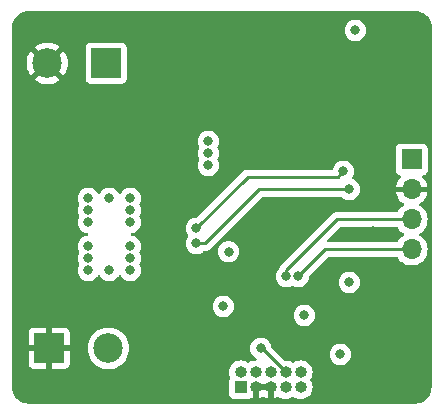
<source format=gbr>
%TF.GenerationSoftware,KiCad,Pcbnew,7.0.10*%
%TF.CreationDate,2024-01-17T14:48:32+01:00*%
%TF.ProjectId,PowerBoard,506f7765-7242-46f6-9172-642e6b696361,rev?*%
%TF.SameCoordinates,Original*%
%TF.FileFunction,Copper,L4,Bot*%
%TF.FilePolarity,Positive*%
%FSLAX46Y46*%
G04 Gerber Fmt 4.6, Leading zero omitted, Abs format (unit mm)*
G04 Created by KiCad (PCBNEW 7.0.10) date 2024-01-17 14:48:32*
%MOMM*%
%LPD*%
G01*
G04 APERTURE LIST*
%TA.AperFunction,ComponentPad*%
%ADD10R,1.000000X1.000000*%
%TD*%
%TA.AperFunction,ComponentPad*%
%ADD11O,1.000000X1.000000*%
%TD*%
%TA.AperFunction,ComponentPad*%
%ADD12R,2.500000X2.500000*%
%TD*%
%TA.AperFunction,ComponentPad*%
%ADD13C,2.500000*%
%TD*%
%TA.AperFunction,ComponentPad*%
%ADD14R,1.700000X1.700000*%
%TD*%
%TA.AperFunction,ComponentPad*%
%ADD15O,1.700000X1.700000*%
%TD*%
%TA.AperFunction,ViaPad*%
%ADD16C,0.800000*%
%TD*%
%TA.AperFunction,Conductor*%
%ADD17C,0.250000*%
%TD*%
G04 APERTURE END LIST*
D10*
%TO.P,J4,1,VTref*%
%TO.N,VCC*%
X102559500Y-126492000D03*
D11*
%TO.P,J4,2,SWDIO/TMS*%
%TO.N,/JTMS-SWDIO*%
X102559500Y-125222000D03*
%TO.P,J4,3,GND*%
%TO.N,GND*%
X103829500Y-126492000D03*
%TO.P,J4,4,SWCLK/TCK*%
%TO.N,/JTCK-SWCLK*%
X103829500Y-125222000D03*
%TO.P,J4,5,GND*%
%TO.N,GND*%
X105099500Y-126492000D03*
%TO.P,J4,6,SWO/TDO*%
%TO.N,/JTDO-SWO*%
X105099500Y-125222000D03*
%TO.P,J4,7,KEY*%
%TO.N,unconnected-(J4-KEY-Pad7)*%
X106369500Y-126492000D03*
%TO.P,J4,8,NC/TDI*%
%TO.N,/JTDI*%
X106369500Y-125222000D03*
%TO.P,J4,9,GNDDetect*%
%TO.N,Net-(J4-GNDDetect)*%
X107639500Y-126492000D03*
%TO.P,J4,10,~{RESET}*%
%TO.N,/NRST*%
X107639500Y-125222000D03*
%TD*%
D12*
%TO.P,J2,1,Pin_1*%
%TO.N,GND*%
X86360000Y-123190000D03*
D13*
%TO.P,J2,2,Pin_2*%
%TO.N,/Vout*%
X91360000Y-123190000D03*
%TD*%
D12*
%TO.P,J1,1,Pin_1*%
%TO.N,/Vin*%
X91186000Y-99060000D03*
D13*
%TO.P,J1,2,Pin_2*%
%TO.N,GND*%
X86186000Y-99060000D03*
%TD*%
D14*
%TO.P,J3,1,Pin_1*%
%TO.N,VCC*%
X117037500Y-107198000D03*
D15*
%TO.P,J3,2,Pin_2*%
%TO.N,GND*%
X117037500Y-109738000D03*
%TO.P,J3,3,Pin_3*%
%TO.N,/SCL*%
X117037500Y-112278000D03*
%TO.P,J3,4,Pin_4*%
%TO.N,/SDA*%
X117037500Y-114818000D03*
%TD*%
D16*
%TO.N,GND*%
X106807000Y-112014000D03*
X105537000Y-95250000D03*
X101727000Y-95123000D03*
X109347000Y-95123000D03*
X108966000Y-117856000D03*
X110236000Y-116967000D03*
X111760000Y-119634000D03*
X110109000Y-121412000D03*
X113792000Y-113284000D03*
X105537000Y-104521000D03*
X103632000Y-106299000D03*
X100076000Y-104267000D03*
X100076000Y-102870000D03*
X101219000Y-99568000D03*
X101981000Y-102743000D03*
X104521000Y-102743000D03*
X107569000Y-102743000D03*
X115443000Y-105283000D03*
X115443000Y-101219000D03*
X115443000Y-98044000D03*
X115443000Y-95885000D03*
X117729000Y-101219000D03*
X117729000Y-98044000D03*
X117602000Y-95885000D03*
X117602000Y-105156000D03*
X115062000Y-122428000D03*
X113919000Y-118364000D03*
X117729000Y-123317000D03*
X117602000Y-119634000D03*
X117731640Y-116966926D03*
X117602000Y-126619000D03*
X114681000Y-126746000D03*
X112141000Y-122555000D03*
X111887000Y-126619000D03*
X98552000Y-116967000D03*
X99060000Y-121793000D03*
X98425000Y-126746000D03*
X94742000Y-126746000D03*
X94742000Y-122047000D03*
X94742000Y-119507000D03*
X94742000Y-116586000D03*
X94742000Y-110363000D03*
X97028000Y-110236000D03*
X97155000Y-108458000D03*
X97282000Y-99695000D03*
X88138000Y-113157000D03*
X84328000Y-113157000D03*
X88138000Y-109093000D03*
X84328000Y-109093000D03*
X88138000Y-101092000D03*
X84328000Y-101092000D03*
X84455000Y-95885000D03*
X88138000Y-95758000D03*
X88138000Y-105029000D03*
X84328000Y-105029000D03*
X88138000Y-117221000D03*
X84328000Y-117221000D03*
X88138000Y-120904000D03*
X84455000Y-120904000D03*
X84455000Y-126619000D03*
X88138000Y-126746000D03*
%TO.N,VCC*%
X112268000Y-96266000D03*
X110998000Y-123698000D03*
X111760000Y-117602000D03*
X107950000Y-120396000D03*
X101092000Y-119634000D03*
%TO.N,GND*%
X103124000Y-117856000D03*
%TO.N,VCC*%
X101543500Y-115005500D03*
%TO.N,/Vin*%
X91440000Y-110490000D03*
X93218000Y-110490000D03*
X89662000Y-110490000D03*
X89662000Y-111506000D03*
X89662000Y-112522000D03*
X93218000Y-111506000D03*
X93218000Y-112522000D03*
%TO.N,/Vout*%
X91440000Y-116586000D03*
X89662000Y-116586000D03*
X93218000Y-116586000D03*
X93218000Y-115570000D03*
X89662000Y-115570000D03*
X89662000Y-114554000D03*
X93218000Y-114554000D03*
%TO.N,GND*%
X95250000Y-103632000D03*
X95250000Y-106680000D03*
X95250000Y-104648000D03*
X95250000Y-95434000D03*
%TO.N,/SDA*%
X107438655Y-117094000D03*
%TO.N,/SCL*%
X106426000Y-117094000D03*
%TO.N,/Vref*%
X98806000Y-114300000D03*
%TO.N,/Vouit*%
X98806000Y-113030000D03*
%TO.N,VCC*%
X99822000Y-107696000D03*
X99822000Y-105664000D03*
X99822000Y-106680000D03*
%TO.N,/JTDI*%
X104267000Y-123190000D03*
%TO.N,/Vouit*%
X111252000Y-108204000D03*
%TO.N,/Vref*%
X111760000Y-109728000D03*
%TD*%
D17*
%TO.N,/Vref*%
X99568000Y-114300000D02*
X98806000Y-114300000D01*
X104140000Y-109728000D02*
X99568000Y-114300000D01*
X111760000Y-109728000D02*
X104140000Y-109728000D01*
%TO.N,/Vouit*%
X110774747Y-108681253D02*
X103154747Y-108681253D01*
X103154747Y-108681253D02*
X98806000Y-113030000D01*
X111252000Y-108204000D02*
X110774747Y-108681253D01*
%TO.N,/SDA*%
X107438655Y-117094000D02*
X107442000Y-117094000D01*
X107442000Y-117094000D02*
X109728000Y-114808000D01*
X109738000Y-114818000D02*
X117037500Y-114818000D01*
X109728000Y-114808000D02*
X109738000Y-114818000D01*
%TO.N,/SCL*%
X106426000Y-116586000D02*
X110734000Y-112278000D01*
X106426000Y-117094000D02*
X106426000Y-116586000D01*
X110734000Y-112278000D02*
X117037500Y-112278000D01*
%TO.N,/JTDI*%
X104337500Y-123190000D02*
X106369500Y-125222000D01*
X104267000Y-123190000D02*
X104337500Y-123190000D01*
%TD*%
%TA.AperFunction,Conductor*%
%TO.N,GND*%
G36*
X115829312Y-112923185D02*
G01*
X115863848Y-112956377D01*
X115999001Y-113149396D01*
X115999006Y-113149402D01*
X116166097Y-113316493D01*
X116166103Y-113316498D01*
X116351658Y-113446425D01*
X116395283Y-113501002D01*
X116402477Y-113570500D01*
X116370954Y-113632855D01*
X116351658Y-113649575D01*
X116166097Y-113779505D01*
X115999005Y-113946597D01*
X115863848Y-114139623D01*
X115809271Y-114183248D01*
X115762273Y-114192500D01*
X110003452Y-114192500D01*
X109936413Y-114172815D01*
X109890658Y-114120011D01*
X109880714Y-114050853D01*
X109909739Y-113987297D01*
X109915771Y-113980819D01*
X110371091Y-113525500D01*
X110956772Y-112939819D01*
X111018095Y-112906334D01*
X111044453Y-112903500D01*
X115762273Y-112903500D01*
X115829312Y-112923185D01*
G37*
%TD.AperFunction*%
%TA.AperFunction,Conductor*%
G36*
X117576689Y-94637522D02*
G01*
X117728835Y-94671750D01*
X117751679Y-94676889D01*
X117770454Y-94682710D01*
X117957694Y-94757506D01*
X117975299Y-94766217D01*
X118148353Y-94869672D01*
X118164373Y-94881066D01*
X118173306Y-94888553D01*
X118318883Y-95010570D01*
X118332906Y-95024358D01*
X118464999Y-95176662D01*
X118476666Y-95192494D01*
X118583019Y-95363768D01*
X118592036Y-95381245D01*
X118669973Y-95567182D01*
X118676112Y-95585861D01*
X118723672Y-95781778D01*
X118726781Y-95801197D01*
X118743157Y-96007048D01*
X118743548Y-96016954D01*
X118725538Y-126425541D01*
X118725500Y-126426085D01*
X118725500Y-126487124D01*
X118725118Y-126496853D01*
X118709306Y-126697758D01*
X118706262Y-126716977D01*
X118660357Y-126908183D01*
X118654344Y-126926688D01*
X118579094Y-127108357D01*
X118570260Y-127125694D01*
X118467520Y-127293351D01*
X118456084Y-127309092D01*
X118328378Y-127458618D01*
X118314618Y-127472378D01*
X118165092Y-127600084D01*
X118149351Y-127611520D01*
X117981694Y-127714260D01*
X117964357Y-127723094D01*
X117782688Y-127798344D01*
X117764183Y-127804357D01*
X117572977Y-127850262D01*
X117553758Y-127853306D01*
X117352854Y-127869118D01*
X117343125Y-127869500D01*
X84586875Y-127869500D01*
X84577146Y-127869118D01*
X84376241Y-127853306D01*
X84357022Y-127850262D01*
X84165816Y-127804357D01*
X84147311Y-127798344D01*
X83965642Y-127723094D01*
X83948305Y-127714260D01*
X83780648Y-127611520D01*
X83764907Y-127600084D01*
X83615381Y-127472378D01*
X83601621Y-127458618D01*
X83473915Y-127309092D01*
X83462479Y-127293351D01*
X83359739Y-127125694D01*
X83350905Y-127108357D01*
X83275655Y-126926688D01*
X83269642Y-126908183D01*
X83264173Y-126885403D01*
X83223736Y-126716975D01*
X83220693Y-126697758D01*
X83219935Y-126688132D01*
X83204882Y-126496853D01*
X83204500Y-126487124D01*
X83204500Y-125222000D01*
X101554159Y-125222000D01*
X101573475Y-125418129D01*
X101630687Y-125606729D01*
X101631821Y-125608850D01*
X101632080Y-125610094D01*
X101633018Y-125612359D01*
X101632588Y-125612536D01*
X101646064Y-125677253D01*
X101621733Y-125741614D01*
X101615705Y-125749666D01*
X101615702Y-125749671D01*
X101565408Y-125884517D01*
X101559001Y-125944116D01*
X101559000Y-125944135D01*
X101559000Y-127039870D01*
X101559001Y-127039876D01*
X101565408Y-127099483D01*
X101615702Y-127234328D01*
X101615706Y-127234335D01*
X101701952Y-127349544D01*
X101701955Y-127349547D01*
X101817164Y-127435793D01*
X101817171Y-127435797D01*
X101952017Y-127486091D01*
X101952016Y-127486091D01*
X101958944Y-127486835D01*
X102011627Y-127492500D01*
X103107372Y-127492499D01*
X103166983Y-127486091D01*
X103188612Y-127478024D01*
X103301829Y-127435797D01*
X103301829Y-127435796D01*
X103301831Y-127435796D01*
X103310322Y-127429439D01*
X103375784Y-127405021D01*
X103439128Y-127418502D01*
X103439330Y-127418016D01*
X103441961Y-127419105D01*
X103443085Y-127419345D01*
X103444962Y-127420348D01*
X103579500Y-127461159D01*
X103579500Y-126699672D01*
X103617371Y-126744805D01*
X103716629Y-126802112D01*
X103801064Y-126817000D01*
X103857936Y-126817000D01*
X103942371Y-126802112D01*
X104041629Y-126744805D01*
X104043983Y-126742000D01*
X104079500Y-126742000D01*
X104079500Y-127461159D01*
X104214034Y-127420349D01*
X104387759Y-127327492D01*
X104392820Y-127324111D01*
X104393858Y-127325665D01*
X104450139Y-127301759D01*
X104519007Y-127313547D01*
X104535959Y-127324441D01*
X104536180Y-127324111D01*
X104541240Y-127327492D01*
X104714965Y-127420349D01*
X104849500Y-127461159D01*
X104849500Y-126742000D01*
X104079500Y-126742000D01*
X104043983Y-126742000D01*
X104115301Y-126657007D01*
X104154500Y-126549306D01*
X104154500Y-126434694D01*
X104115301Y-126326993D01*
X104043983Y-126242000D01*
X104885017Y-126242000D01*
X104813699Y-126326993D01*
X104774500Y-126434694D01*
X104774500Y-126549306D01*
X104813699Y-126657007D01*
X104887371Y-126744805D01*
X104986629Y-126802112D01*
X105071064Y-126817000D01*
X105127936Y-126817000D01*
X105212371Y-126802112D01*
X105311629Y-126744805D01*
X105349500Y-126699672D01*
X105349500Y-127461159D01*
X105484034Y-127420349D01*
X105657759Y-127327492D01*
X105662820Y-127324111D01*
X105663944Y-127325793D01*
X105719703Y-127302086D01*
X105788575Y-127313851D01*
X105805686Y-127324843D01*
X105805899Y-127324526D01*
X105810957Y-127327906D01*
X105810962Y-127327910D01*
X105922857Y-127387719D01*
X105982024Y-127419345D01*
X105984773Y-127420814D01*
X106173368Y-127478024D01*
X106369500Y-127497341D01*
X106565632Y-127478024D01*
X106754227Y-127420814D01*
X106928038Y-127327910D01*
X106928044Y-127327904D01*
X106933107Y-127324523D01*
X106934203Y-127326164D01*
X106990139Y-127302405D01*
X107059007Y-127314194D01*
X107075648Y-127324888D01*
X107075893Y-127324523D01*
X107080958Y-127327907D01*
X107080962Y-127327910D01*
X107192857Y-127387719D01*
X107252024Y-127419345D01*
X107254773Y-127420814D01*
X107443368Y-127478024D01*
X107639500Y-127497341D01*
X107835632Y-127478024D01*
X108024227Y-127420814D01*
X108026976Y-127419345D01*
X108157560Y-127349546D01*
X108198038Y-127327910D01*
X108350383Y-127202883D01*
X108475410Y-127050538D01*
X108546429Y-126917671D01*
X108568311Y-126876733D01*
X108568311Y-126876732D01*
X108568314Y-126876727D01*
X108625524Y-126688132D01*
X108644841Y-126492000D01*
X108625524Y-126295868D01*
X108568314Y-126107273D01*
X108475410Y-125933462D01*
X108475407Y-125933458D01*
X108472023Y-125928393D01*
X108473664Y-125927296D01*
X108449905Y-125871361D01*
X108461694Y-125802493D01*
X108472388Y-125785851D01*
X108472023Y-125785607D01*
X108475404Y-125780544D01*
X108475410Y-125780538D01*
X108568314Y-125606727D01*
X108625524Y-125418132D01*
X108644841Y-125222000D01*
X108625524Y-125025868D01*
X108568314Y-124837273D01*
X108568311Y-124837269D01*
X108568311Y-124837266D01*
X108475413Y-124663467D01*
X108475409Y-124663460D01*
X108350383Y-124511116D01*
X108198039Y-124386090D01*
X108198032Y-124386086D01*
X108024233Y-124293188D01*
X108024227Y-124293186D01*
X107835632Y-124235976D01*
X107835629Y-124235975D01*
X107639500Y-124216659D01*
X107443370Y-124235975D01*
X107254766Y-124293188D01*
X107080967Y-124386086D01*
X107075899Y-124389473D01*
X107074805Y-124387836D01*
X107018837Y-124411596D01*
X106949971Y-124399795D01*
X106933343Y-124389109D01*
X106933101Y-124389473D01*
X106928032Y-124386086D01*
X106754233Y-124293188D01*
X106754227Y-124293186D01*
X106565632Y-124235976D01*
X106565629Y-124235975D01*
X106369500Y-124216659D01*
X106317939Y-124221737D01*
X106249293Y-124208718D01*
X106218105Y-124186015D01*
X105730090Y-123698000D01*
X110092540Y-123698000D01*
X110112326Y-123886256D01*
X110112327Y-123886259D01*
X110170818Y-124066277D01*
X110170821Y-124066284D01*
X110265467Y-124230216D01*
X110371932Y-124348457D01*
X110392129Y-124370888D01*
X110545265Y-124482148D01*
X110545270Y-124482151D01*
X110718192Y-124559142D01*
X110718197Y-124559144D01*
X110903354Y-124598500D01*
X110903355Y-124598500D01*
X111092644Y-124598500D01*
X111092646Y-124598500D01*
X111277803Y-124559144D01*
X111450730Y-124482151D01*
X111603871Y-124370888D01*
X111730533Y-124230216D01*
X111825179Y-124066284D01*
X111883674Y-123886256D01*
X111903460Y-123698000D01*
X111883674Y-123509744D01*
X111825179Y-123329716D01*
X111730533Y-123165784D01*
X111603871Y-123025112D01*
X111571708Y-123001744D01*
X111450734Y-122913851D01*
X111450729Y-122913848D01*
X111277807Y-122836857D01*
X111277802Y-122836855D01*
X111132001Y-122805865D01*
X111092646Y-122797500D01*
X110903354Y-122797500D01*
X110870897Y-122804398D01*
X110718197Y-122836855D01*
X110718192Y-122836857D01*
X110545270Y-122913848D01*
X110545265Y-122913851D01*
X110392129Y-123025111D01*
X110265466Y-123165785D01*
X110170821Y-123329715D01*
X110170818Y-123329722D01*
X110112327Y-123509740D01*
X110112326Y-123509744D01*
X110092540Y-123698000D01*
X105730090Y-123698000D01*
X105197681Y-123165590D01*
X105164196Y-123104267D01*
X105162041Y-123090871D01*
X105152674Y-123001744D01*
X105094179Y-122821716D01*
X104999533Y-122657784D01*
X104872871Y-122517112D01*
X104872870Y-122517111D01*
X104719734Y-122405851D01*
X104719729Y-122405848D01*
X104546807Y-122328857D01*
X104546802Y-122328855D01*
X104401001Y-122297865D01*
X104361646Y-122289500D01*
X104172354Y-122289500D01*
X104139897Y-122296398D01*
X103987197Y-122328855D01*
X103987192Y-122328857D01*
X103814270Y-122405848D01*
X103814265Y-122405851D01*
X103661129Y-122517111D01*
X103534466Y-122657785D01*
X103439821Y-122821715D01*
X103439818Y-122821722D01*
X103385940Y-122987543D01*
X103381326Y-123001744D01*
X103361540Y-123190000D01*
X103381326Y-123378256D01*
X103381327Y-123378259D01*
X103439818Y-123558277D01*
X103439821Y-123558284D01*
X103534467Y-123722216D01*
X103661129Y-123862888D01*
X103814265Y-123974148D01*
X103814267Y-123974149D01*
X103814270Y-123974151D01*
X103834679Y-123983237D01*
X103887914Y-124028486D01*
X103908236Y-124095335D01*
X103889191Y-124162559D01*
X103836825Y-124208815D01*
X103796396Y-124219919D01*
X103633370Y-124235975D01*
X103444766Y-124293188D01*
X103270967Y-124386086D01*
X103265899Y-124389473D01*
X103264805Y-124387836D01*
X103208837Y-124411596D01*
X103139971Y-124399795D01*
X103123343Y-124389109D01*
X103123101Y-124389473D01*
X103118032Y-124386086D01*
X102944233Y-124293188D01*
X102944227Y-124293186D01*
X102755632Y-124235976D01*
X102755629Y-124235975D01*
X102559500Y-124216659D01*
X102363370Y-124235975D01*
X102174766Y-124293188D01*
X102000967Y-124386086D01*
X102000960Y-124386090D01*
X101848616Y-124511116D01*
X101723590Y-124663460D01*
X101723586Y-124663467D01*
X101630688Y-124837266D01*
X101573475Y-125025870D01*
X101554159Y-125222000D01*
X83204500Y-125222000D01*
X83204500Y-124487844D01*
X84610000Y-124487844D01*
X84616401Y-124547372D01*
X84616403Y-124547379D01*
X84666645Y-124682086D01*
X84666649Y-124682093D01*
X84752809Y-124797187D01*
X84752812Y-124797190D01*
X84867906Y-124883350D01*
X84867913Y-124883354D01*
X85002620Y-124933596D01*
X85002627Y-124933598D01*
X85062155Y-124939999D01*
X85062172Y-124940000D01*
X86110000Y-124940000D01*
X86110000Y-123794310D01*
X86118817Y-123799158D01*
X86277886Y-123840000D01*
X86400894Y-123840000D01*
X86522933Y-123824583D01*
X86610000Y-123790110D01*
X86610000Y-124940000D01*
X87657828Y-124940000D01*
X87657844Y-124939999D01*
X87717372Y-124933598D01*
X87717379Y-124933596D01*
X87852086Y-124883354D01*
X87852093Y-124883350D01*
X87967187Y-124797190D01*
X87967190Y-124797187D01*
X88053350Y-124682093D01*
X88053354Y-124682086D01*
X88103596Y-124547379D01*
X88103598Y-124547372D01*
X88109999Y-124487844D01*
X88110000Y-124487827D01*
X88110000Y-123440000D01*
X86960728Y-123440000D01*
X86983100Y-123392457D01*
X87013873Y-123231138D01*
X87011285Y-123190004D01*
X89604592Y-123190004D01*
X89624196Y-123451620D01*
X89624197Y-123451625D01*
X89682576Y-123707402D01*
X89682578Y-123707411D01*
X89682580Y-123707416D01*
X89778432Y-123951643D01*
X89909614Y-124178857D01*
X90000790Y-124293188D01*
X90073198Y-124383985D01*
X90210214Y-124511116D01*
X90265521Y-124562433D01*
X90482296Y-124710228D01*
X90482301Y-124710230D01*
X90482302Y-124710231D01*
X90482303Y-124710232D01*
X90607843Y-124770688D01*
X90718673Y-124824061D01*
X90718674Y-124824061D01*
X90718677Y-124824063D01*
X90969385Y-124901396D01*
X91228818Y-124940500D01*
X91491182Y-124940500D01*
X91750615Y-124901396D01*
X92001323Y-124824063D01*
X92237704Y-124710228D01*
X92454479Y-124562433D01*
X92640886Y-124389473D01*
X92646801Y-124383985D01*
X92646801Y-124383983D01*
X92646805Y-124383981D01*
X92810386Y-124178857D01*
X92941568Y-123951643D01*
X93037420Y-123707416D01*
X93095802Y-123451630D01*
X93096674Y-123440000D01*
X93115408Y-123190004D01*
X93115408Y-123189995D01*
X93095803Y-122928379D01*
X93095802Y-122928374D01*
X93095802Y-122928370D01*
X93037420Y-122672584D01*
X92941568Y-122428357D01*
X92810386Y-122201143D01*
X92646805Y-121996019D01*
X92646804Y-121996018D01*
X92646801Y-121996014D01*
X92454479Y-121817567D01*
X92237704Y-121669772D01*
X92237700Y-121669770D01*
X92237697Y-121669768D01*
X92237696Y-121669767D01*
X92001325Y-121555938D01*
X92001327Y-121555938D01*
X91750623Y-121478606D01*
X91750619Y-121478605D01*
X91750615Y-121478604D01*
X91625823Y-121459794D01*
X91491187Y-121439500D01*
X91491182Y-121439500D01*
X91228818Y-121439500D01*
X91228812Y-121439500D01*
X91067247Y-121463853D01*
X90969385Y-121478604D01*
X90969382Y-121478605D01*
X90969376Y-121478606D01*
X90718673Y-121555938D01*
X90482303Y-121669767D01*
X90482302Y-121669768D01*
X90265520Y-121817567D01*
X90073198Y-121996014D01*
X89909614Y-122201143D01*
X89778432Y-122428356D01*
X89682582Y-122672578D01*
X89682576Y-122672597D01*
X89624197Y-122928374D01*
X89624196Y-122928379D01*
X89604592Y-123189995D01*
X89604592Y-123190004D01*
X87011285Y-123190004D01*
X87003561Y-123067234D01*
X86962220Y-122940000D01*
X88110000Y-122940000D01*
X88110000Y-121892172D01*
X88109999Y-121892155D01*
X88103598Y-121832627D01*
X88103596Y-121832620D01*
X88053354Y-121697913D01*
X88053350Y-121697906D01*
X87967190Y-121582812D01*
X87967187Y-121582809D01*
X87852093Y-121496649D01*
X87852086Y-121496645D01*
X87717379Y-121446403D01*
X87717372Y-121446401D01*
X87657844Y-121440000D01*
X86610000Y-121440000D01*
X86610000Y-122585689D01*
X86601183Y-122580842D01*
X86442114Y-122540000D01*
X86319106Y-122540000D01*
X86197067Y-122555417D01*
X86110000Y-122589889D01*
X86110000Y-121440000D01*
X85062155Y-121440000D01*
X85002627Y-121446401D01*
X85002620Y-121446403D01*
X84867913Y-121496645D01*
X84867906Y-121496649D01*
X84752812Y-121582809D01*
X84752809Y-121582812D01*
X84666649Y-121697906D01*
X84666645Y-121697913D01*
X84616403Y-121832620D01*
X84616401Y-121832627D01*
X84610000Y-121892155D01*
X84610000Y-122940000D01*
X85759272Y-122940000D01*
X85736900Y-122987543D01*
X85706127Y-123148862D01*
X85716439Y-123312766D01*
X85757780Y-123440000D01*
X84610000Y-123440000D01*
X84610000Y-124487844D01*
X83204500Y-124487844D01*
X83204500Y-119634000D01*
X100186540Y-119634000D01*
X100206326Y-119822256D01*
X100206327Y-119822259D01*
X100264818Y-120002277D01*
X100264821Y-120002284D01*
X100359467Y-120166216D01*
X100486129Y-120306888D01*
X100639265Y-120418148D01*
X100639270Y-120418151D01*
X100812192Y-120495142D01*
X100812197Y-120495144D01*
X100997354Y-120534500D01*
X100997355Y-120534500D01*
X101186644Y-120534500D01*
X101186646Y-120534500D01*
X101371803Y-120495144D01*
X101544730Y-120418151D01*
X101575218Y-120396000D01*
X107044540Y-120396000D01*
X107064326Y-120584256D01*
X107064327Y-120584259D01*
X107122818Y-120764277D01*
X107122821Y-120764284D01*
X107217467Y-120928216D01*
X107344129Y-121068888D01*
X107497265Y-121180148D01*
X107497270Y-121180151D01*
X107670192Y-121257142D01*
X107670197Y-121257144D01*
X107855354Y-121296500D01*
X107855355Y-121296500D01*
X108044644Y-121296500D01*
X108044646Y-121296500D01*
X108229803Y-121257144D01*
X108402730Y-121180151D01*
X108555871Y-121068888D01*
X108682533Y-120928216D01*
X108777179Y-120764284D01*
X108835674Y-120584256D01*
X108855460Y-120396000D01*
X108835674Y-120207744D01*
X108777179Y-120027716D01*
X108682533Y-119863784D01*
X108555871Y-119723112D01*
X108555870Y-119723111D01*
X108402734Y-119611851D01*
X108402729Y-119611848D01*
X108229807Y-119534857D01*
X108229802Y-119534855D01*
X108084001Y-119503865D01*
X108044646Y-119495500D01*
X107855354Y-119495500D01*
X107822897Y-119502398D01*
X107670197Y-119534855D01*
X107670192Y-119534857D01*
X107497270Y-119611848D01*
X107497265Y-119611851D01*
X107344129Y-119723111D01*
X107217466Y-119863785D01*
X107122821Y-120027715D01*
X107122818Y-120027722D01*
X107077820Y-120166214D01*
X107064326Y-120207744D01*
X107044540Y-120396000D01*
X101575218Y-120396000D01*
X101697871Y-120306888D01*
X101824533Y-120166216D01*
X101919179Y-120002284D01*
X101977674Y-119822256D01*
X101997460Y-119634000D01*
X101977674Y-119445744D01*
X101919179Y-119265716D01*
X101824533Y-119101784D01*
X101697871Y-118961112D01*
X101697870Y-118961111D01*
X101544734Y-118849851D01*
X101544729Y-118849848D01*
X101371807Y-118772857D01*
X101371802Y-118772855D01*
X101226001Y-118741865D01*
X101186646Y-118733500D01*
X100997354Y-118733500D01*
X100964897Y-118740398D01*
X100812197Y-118772855D01*
X100812192Y-118772857D01*
X100639270Y-118849848D01*
X100639265Y-118849851D01*
X100486129Y-118961111D01*
X100359466Y-119101785D01*
X100264821Y-119265715D01*
X100264818Y-119265722D01*
X100206327Y-119445740D01*
X100206326Y-119445744D01*
X100186540Y-119634000D01*
X83204500Y-119634000D01*
X83204500Y-116586000D01*
X88756540Y-116586000D01*
X88776326Y-116774256D01*
X88776327Y-116774259D01*
X88834818Y-116954277D01*
X88834821Y-116954284D01*
X88929467Y-117118216D01*
X89056129Y-117258888D01*
X89209265Y-117370148D01*
X89209270Y-117370151D01*
X89382192Y-117447142D01*
X89382197Y-117447144D01*
X89567354Y-117486500D01*
X89567355Y-117486500D01*
X89756644Y-117486500D01*
X89756646Y-117486500D01*
X89941803Y-117447144D01*
X90114730Y-117370151D01*
X90267871Y-117258888D01*
X90394533Y-117118216D01*
X90443613Y-117033205D01*
X90494179Y-116984991D01*
X90562786Y-116971767D01*
X90627651Y-116997735D01*
X90658385Y-117033203D01*
X90684330Y-117078141D01*
X90707467Y-117118216D01*
X90834129Y-117258888D01*
X90987265Y-117370148D01*
X90987270Y-117370151D01*
X91160192Y-117447142D01*
X91160197Y-117447144D01*
X91345354Y-117486500D01*
X91345355Y-117486500D01*
X91534644Y-117486500D01*
X91534646Y-117486500D01*
X91719803Y-117447144D01*
X91892730Y-117370151D01*
X92045871Y-117258888D01*
X92172533Y-117118216D01*
X92221613Y-117033205D01*
X92272179Y-116984991D01*
X92340786Y-116971767D01*
X92405651Y-116997735D01*
X92436385Y-117033203D01*
X92462330Y-117078141D01*
X92485467Y-117118216D01*
X92612129Y-117258888D01*
X92765265Y-117370148D01*
X92765270Y-117370151D01*
X92938192Y-117447142D01*
X92938197Y-117447144D01*
X93123354Y-117486500D01*
X93123355Y-117486500D01*
X93312644Y-117486500D01*
X93312646Y-117486500D01*
X93497803Y-117447144D01*
X93670730Y-117370151D01*
X93823871Y-117258888D01*
X93950533Y-117118216D01*
X93964514Y-117094000D01*
X105520540Y-117094000D01*
X105540326Y-117282256D01*
X105540327Y-117282259D01*
X105598818Y-117462277D01*
X105598821Y-117462284D01*
X105693467Y-117626216D01*
X105820129Y-117766888D01*
X105973265Y-117878148D01*
X105973270Y-117878151D01*
X106146192Y-117955142D01*
X106146197Y-117955144D01*
X106331354Y-117994500D01*
X106331355Y-117994500D01*
X106520644Y-117994500D01*
X106520646Y-117994500D01*
X106705803Y-117955144D01*
X106878730Y-117878151D01*
X106878733Y-117878148D01*
X106881890Y-117876743D01*
X106951140Y-117867458D01*
X106982763Y-117876743D01*
X106985924Y-117878150D01*
X106985925Y-117878151D01*
X107158852Y-117955144D01*
X107344009Y-117994500D01*
X107344010Y-117994500D01*
X107533299Y-117994500D01*
X107533301Y-117994500D01*
X107718458Y-117955144D01*
X107891385Y-117878151D01*
X108044526Y-117766888D01*
X108171188Y-117626216D01*
X108185169Y-117602000D01*
X110854540Y-117602000D01*
X110874326Y-117790256D01*
X110874327Y-117790259D01*
X110932818Y-117970277D01*
X110932821Y-117970284D01*
X111027467Y-118134216D01*
X111154129Y-118274888D01*
X111307265Y-118386148D01*
X111307270Y-118386151D01*
X111480192Y-118463142D01*
X111480197Y-118463144D01*
X111665354Y-118502500D01*
X111665355Y-118502500D01*
X111854644Y-118502500D01*
X111854646Y-118502500D01*
X112039803Y-118463144D01*
X112212730Y-118386151D01*
X112365871Y-118274888D01*
X112492533Y-118134216D01*
X112587179Y-117970284D01*
X112645674Y-117790256D01*
X112665460Y-117602000D01*
X112645674Y-117413744D01*
X112587179Y-117233716D01*
X112492533Y-117069784D01*
X112365871Y-116929112D01*
X112333708Y-116905744D01*
X112212734Y-116817851D01*
X112212729Y-116817848D01*
X112039807Y-116740857D01*
X112039802Y-116740855D01*
X111894001Y-116709865D01*
X111854646Y-116701500D01*
X111665354Y-116701500D01*
X111632897Y-116708398D01*
X111480197Y-116740855D01*
X111480192Y-116740857D01*
X111307270Y-116817848D01*
X111307265Y-116817851D01*
X111154129Y-116929111D01*
X111027466Y-117069785D01*
X110932821Y-117233715D01*
X110932818Y-117233722D01*
X110888491Y-117370148D01*
X110874326Y-117413744D01*
X110854540Y-117602000D01*
X108185169Y-117602000D01*
X108265834Y-117462284D01*
X108324329Y-117282256D01*
X108341583Y-117118082D01*
X108368167Y-117053470D01*
X108377213Y-117043375D01*
X109940772Y-115479819D01*
X110002095Y-115446334D01*
X110028453Y-115443500D01*
X115762273Y-115443500D01*
X115829312Y-115463185D01*
X115863848Y-115496377D01*
X115999000Y-115689395D01*
X115999005Y-115689401D01*
X116166099Y-115856495D01*
X116246955Y-115913111D01*
X116359665Y-115992032D01*
X116359667Y-115992033D01*
X116359670Y-115992035D01*
X116573837Y-116091903D01*
X116573843Y-116091904D01*
X116573844Y-116091905D01*
X116604854Y-116100214D01*
X116802092Y-116153063D01*
X116990418Y-116169539D01*
X117037499Y-116173659D01*
X117037500Y-116173659D01*
X117037501Y-116173659D01*
X117076734Y-116170226D01*
X117272908Y-116153063D01*
X117501163Y-116091903D01*
X117715330Y-115992035D01*
X117908901Y-115856495D01*
X118075995Y-115689401D01*
X118211535Y-115495830D01*
X118311403Y-115281663D01*
X118372563Y-115053408D01*
X118393159Y-114818000D01*
X118372563Y-114582592D01*
X118326126Y-114409285D01*
X118311405Y-114354344D01*
X118311404Y-114354343D01*
X118311403Y-114354337D01*
X118211535Y-114140171D01*
X118211152Y-114139623D01*
X118075994Y-113946597D01*
X117908902Y-113779506D01*
X117908896Y-113779501D01*
X117723342Y-113649575D01*
X117679717Y-113594998D01*
X117672523Y-113525500D01*
X117704046Y-113463145D01*
X117723342Y-113446425D01*
X117813719Y-113383142D01*
X117908901Y-113316495D01*
X118075995Y-113149401D01*
X118211535Y-112955830D01*
X118311403Y-112741663D01*
X118372563Y-112513408D01*
X118393159Y-112278000D01*
X118372563Y-112042592D01*
X118311403Y-111814337D01*
X118211535Y-111600171D01*
X118211152Y-111599623D01*
X118075994Y-111406597D01*
X117908902Y-111239506D01*
X117908901Y-111239505D01*
X117722905Y-111109269D01*
X117679281Y-111054692D01*
X117672088Y-110985193D01*
X117703610Y-110922839D01*
X117722905Y-110906119D01*
X117908582Y-110776105D01*
X118075605Y-110609082D01*
X118211100Y-110415578D01*
X118310929Y-110201492D01*
X118310932Y-110201486D01*
X118368136Y-109988000D01*
X117471186Y-109988000D01*
X117496993Y-109947844D01*
X117537500Y-109809889D01*
X117537500Y-109666111D01*
X117496993Y-109528156D01*
X117471186Y-109488000D01*
X118368136Y-109488000D01*
X118368135Y-109487999D01*
X118310932Y-109274513D01*
X118310929Y-109274507D01*
X118211100Y-109060422D01*
X118211099Y-109060420D01*
X118075613Y-108866926D01*
X118075608Y-108866920D01*
X117953553Y-108744865D01*
X117920068Y-108683542D01*
X117925052Y-108613850D01*
X117966924Y-108557917D01*
X117997900Y-108541002D01*
X118129831Y-108491796D01*
X118245046Y-108405546D01*
X118331296Y-108290331D01*
X118381591Y-108155483D01*
X118388000Y-108095873D01*
X118387999Y-106300128D01*
X118381591Y-106240517D01*
X118379160Y-106234000D01*
X118331297Y-106105671D01*
X118331293Y-106105664D01*
X118245047Y-105990455D01*
X118245044Y-105990452D01*
X118129835Y-105904206D01*
X118129828Y-105904202D01*
X117994982Y-105853908D01*
X117994983Y-105853908D01*
X117935383Y-105847501D01*
X117935381Y-105847500D01*
X117935373Y-105847500D01*
X117935364Y-105847500D01*
X116139629Y-105847500D01*
X116139623Y-105847501D01*
X116080016Y-105853908D01*
X115945171Y-105904202D01*
X115945164Y-105904206D01*
X115829955Y-105990452D01*
X115829952Y-105990455D01*
X115743706Y-106105664D01*
X115743702Y-106105671D01*
X115693408Y-106240517D01*
X115687001Y-106300116D01*
X115687001Y-106300123D01*
X115687000Y-106300135D01*
X115687000Y-108095870D01*
X115687001Y-108095876D01*
X115693408Y-108155483D01*
X115743702Y-108290328D01*
X115743706Y-108290335D01*
X115829952Y-108405544D01*
X115829955Y-108405547D01*
X115945164Y-108491793D01*
X115945171Y-108491797D01*
X115945174Y-108491798D01*
X116077098Y-108541002D01*
X116133031Y-108582873D01*
X116157449Y-108648337D01*
X116142598Y-108716610D01*
X116121447Y-108744865D01*
X115999386Y-108866926D01*
X115863900Y-109060420D01*
X115863899Y-109060422D01*
X115764070Y-109274507D01*
X115764067Y-109274513D01*
X115706864Y-109487999D01*
X115706864Y-109488000D01*
X116603814Y-109488000D01*
X116578007Y-109528156D01*
X116537500Y-109666111D01*
X116537500Y-109809889D01*
X116578007Y-109947844D01*
X116603814Y-109988000D01*
X115706864Y-109988000D01*
X115764067Y-110201486D01*
X115764070Y-110201492D01*
X115863899Y-110415578D01*
X115999394Y-110609082D01*
X116166417Y-110776105D01*
X116352095Y-110906119D01*
X116395719Y-110960696D01*
X116402912Y-111030195D01*
X116371390Y-111092549D01*
X116352095Y-111109269D01*
X116166094Y-111239508D01*
X115999005Y-111406597D01*
X115863848Y-111599623D01*
X115809271Y-111643248D01*
X115762273Y-111652500D01*
X110816743Y-111652500D01*
X110801122Y-111650775D01*
X110801096Y-111651061D01*
X110793334Y-111650327D01*
X110793333Y-111650327D01*
X110731109Y-111652282D01*
X110726127Y-111652439D01*
X110722232Y-111652500D01*
X110694647Y-111652500D01*
X110690661Y-111653003D01*
X110679033Y-111653918D01*
X110635373Y-111655290D01*
X110616129Y-111660881D01*
X110597079Y-111664825D01*
X110577211Y-111667334D01*
X110577210Y-111667334D01*
X110536599Y-111683413D01*
X110525554Y-111687194D01*
X110483614Y-111699379D01*
X110483610Y-111699381D01*
X110466366Y-111709579D01*
X110448905Y-111718133D01*
X110430274Y-111725510D01*
X110430262Y-111725517D01*
X110394933Y-111751185D01*
X110385173Y-111757596D01*
X110347580Y-111779829D01*
X110333414Y-111793995D01*
X110318624Y-111806627D01*
X110302414Y-111818404D01*
X110302411Y-111818407D01*
X110274573Y-111852058D01*
X110266711Y-111860697D01*
X106042208Y-116085199D01*
X106029951Y-116095020D01*
X106030134Y-116095241D01*
X106024122Y-116100214D01*
X105978098Y-116149223D01*
X105975391Y-116152016D01*
X105955889Y-116171517D01*
X105955875Y-116171534D01*
X105953407Y-116174715D01*
X105945843Y-116183570D01*
X105915937Y-116215418D01*
X105915936Y-116215420D01*
X105906284Y-116232976D01*
X105895610Y-116249226D01*
X105883329Y-116265061D01*
X105883324Y-116265068D01*
X105865975Y-116305158D01*
X105860838Y-116315644D01*
X105839802Y-116353908D01*
X105834820Y-116373311D01*
X105828519Y-116391712D01*
X105819856Y-116411732D01*
X105798205Y-116445460D01*
X105693464Y-116561787D01*
X105598821Y-116725715D01*
X105598818Y-116725722D01*
X105568884Y-116817851D01*
X105540326Y-116905744D01*
X105520540Y-117094000D01*
X93964514Y-117094000D01*
X94045179Y-116954284D01*
X94103674Y-116774256D01*
X94123460Y-116586000D01*
X94103674Y-116397744D01*
X94045179Y-116217716D01*
X94000308Y-116139997D01*
X93983836Y-116072100D01*
X94000309Y-116016001D01*
X94045179Y-115938284D01*
X94103674Y-115758256D01*
X94123460Y-115570000D01*
X94103674Y-115381744D01*
X94045179Y-115201716D01*
X94000308Y-115123997D01*
X93983836Y-115056100D01*
X94000309Y-115000001D01*
X94045179Y-114922284D01*
X94103674Y-114742256D01*
X94123460Y-114554000D01*
X94103674Y-114365744D01*
X94082312Y-114300000D01*
X97900540Y-114300000D01*
X97920326Y-114488256D01*
X97920327Y-114488259D01*
X97978818Y-114668277D01*
X97978821Y-114668284D01*
X98073467Y-114832216D01*
X98159417Y-114927673D01*
X98200129Y-114972888D01*
X98353265Y-115084148D01*
X98353270Y-115084151D01*
X98526192Y-115161142D01*
X98526197Y-115161144D01*
X98711354Y-115200500D01*
X98711355Y-115200500D01*
X98900644Y-115200500D01*
X98900646Y-115200500D01*
X99085803Y-115161144D01*
X99258730Y-115084151D01*
X99366984Y-115005500D01*
X100638040Y-115005500D01*
X100657826Y-115193756D01*
X100657827Y-115193759D01*
X100716318Y-115373777D01*
X100716321Y-115373784D01*
X100810967Y-115537716D01*
X100840036Y-115570000D01*
X100937629Y-115678388D01*
X101090765Y-115789648D01*
X101090770Y-115789651D01*
X101263692Y-115866642D01*
X101263697Y-115866644D01*
X101448854Y-115906000D01*
X101448855Y-115906000D01*
X101638144Y-115906000D01*
X101638146Y-115906000D01*
X101823303Y-115866644D01*
X101996230Y-115789651D01*
X102149371Y-115678388D01*
X102276033Y-115537716D01*
X102370679Y-115373784D01*
X102429174Y-115193756D01*
X102448960Y-115005500D01*
X102429174Y-114817244D01*
X102370679Y-114637216D01*
X102276033Y-114473284D01*
X102149371Y-114332612D01*
X102149370Y-114332611D01*
X101996234Y-114221351D01*
X101996229Y-114221348D01*
X101823307Y-114144357D01*
X101823302Y-114144355D01*
X101669855Y-114111740D01*
X101638146Y-114105000D01*
X101448854Y-114105000D01*
X101417145Y-114111740D01*
X101263697Y-114144355D01*
X101263692Y-114144357D01*
X101090770Y-114221348D01*
X101090765Y-114221351D01*
X100937629Y-114332611D01*
X100810966Y-114473285D01*
X100716321Y-114637215D01*
X100716318Y-114637222D01*
X100657827Y-114817240D01*
X100657826Y-114817244D01*
X100638040Y-115005500D01*
X99366984Y-115005500D01*
X99411871Y-114972888D01*
X99415555Y-114968795D01*
X99475036Y-114932146D01*
X99503814Y-114927825D01*
X99508665Y-114927672D01*
X99508667Y-114927673D01*
X99571372Y-114925702D01*
X99575874Y-114925561D01*
X99579768Y-114925500D01*
X99607346Y-114925500D01*
X99607350Y-114925500D01*
X99611324Y-114924997D01*
X99622963Y-114924080D01*
X99666627Y-114922709D01*
X99685869Y-114917117D01*
X99704912Y-114913174D01*
X99724792Y-114910664D01*
X99765401Y-114894585D01*
X99776444Y-114890803D01*
X99818390Y-114878618D01*
X99835629Y-114868422D01*
X99853103Y-114859862D01*
X99871727Y-114852488D01*
X99871727Y-114852487D01*
X99871732Y-114852486D01*
X99907083Y-114826800D01*
X99916814Y-114820408D01*
X99954420Y-114798170D01*
X99968589Y-114783999D01*
X99983379Y-114771368D01*
X99999587Y-114759594D01*
X100027438Y-114725926D01*
X100035279Y-114717309D01*
X104362772Y-110389819D01*
X104424095Y-110356334D01*
X104450453Y-110353500D01*
X111056252Y-110353500D01*
X111123291Y-110373185D01*
X111148400Y-110394526D01*
X111154126Y-110400885D01*
X111154130Y-110400889D01*
X111307265Y-110512148D01*
X111307270Y-110512151D01*
X111480192Y-110589142D01*
X111480197Y-110589144D01*
X111665354Y-110628500D01*
X111665355Y-110628500D01*
X111854644Y-110628500D01*
X111854646Y-110628500D01*
X112039803Y-110589144D01*
X112212730Y-110512151D01*
X112365871Y-110400888D01*
X112492533Y-110260216D01*
X112587179Y-110096284D01*
X112645674Y-109916256D01*
X112665460Y-109728000D01*
X112645674Y-109539744D01*
X112587179Y-109359716D01*
X112492533Y-109195784D01*
X112365871Y-109055112D01*
X112365870Y-109055111D01*
X112212734Y-108943851D01*
X112212729Y-108943848D01*
X112061642Y-108876579D01*
X112008405Y-108831329D01*
X111988084Y-108764480D01*
X112004690Y-108701302D01*
X112079179Y-108572284D01*
X112137674Y-108392256D01*
X112157460Y-108204000D01*
X112137674Y-108015744D01*
X112079179Y-107835716D01*
X111984533Y-107671784D01*
X111857871Y-107531112D01*
X111825708Y-107507744D01*
X111704734Y-107419851D01*
X111704729Y-107419848D01*
X111531807Y-107342857D01*
X111531802Y-107342855D01*
X111386001Y-107311865D01*
X111346646Y-107303500D01*
X111157354Y-107303500D01*
X111124897Y-107310398D01*
X110972197Y-107342855D01*
X110972192Y-107342857D01*
X110799270Y-107419848D01*
X110799265Y-107419851D01*
X110646129Y-107531111D01*
X110519466Y-107671785D01*
X110424821Y-107835715D01*
X110424818Y-107835722D01*
X110381166Y-107970071D01*
X110341728Y-108027747D01*
X110277370Y-108054945D01*
X110263235Y-108055753D01*
X103237490Y-108055753D01*
X103221869Y-108054028D01*
X103221843Y-108054314D01*
X103214081Y-108053580D01*
X103214080Y-108053580D01*
X103151856Y-108055535D01*
X103146874Y-108055692D01*
X103142979Y-108055753D01*
X103115394Y-108055753D01*
X103111408Y-108056256D01*
X103099780Y-108057171D01*
X103056120Y-108058543D01*
X103036876Y-108064134D01*
X103017826Y-108068078D01*
X102997958Y-108070587D01*
X102997957Y-108070587D01*
X102957346Y-108086666D01*
X102946301Y-108090447D01*
X102904361Y-108102632D01*
X102904357Y-108102634D01*
X102887113Y-108112832D01*
X102869652Y-108121386D01*
X102851021Y-108128763D01*
X102851009Y-108128770D01*
X102815680Y-108154438D01*
X102805920Y-108160849D01*
X102768327Y-108183082D01*
X102754161Y-108197248D01*
X102739371Y-108209880D01*
X102723161Y-108221657D01*
X102723158Y-108221660D01*
X102695320Y-108255311D01*
X102687458Y-108263950D01*
X98858228Y-112093181D01*
X98796905Y-112126666D01*
X98770547Y-112129500D01*
X98711354Y-112129500D01*
X98678897Y-112136398D01*
X98526197Y-112168855D01*
X98526192Y-112168857D01*
X98353270Y-112245848D01*
X98353265Y-112245851D01*
X98200129Y-112357111D01*
X98073466Y-112497785D01*
X97978821Y-112661715D01*
X97978818Y-112661722D01*
X97920327Y-112841740D01*
X97920326Y-112841744D01*
X97900540Y-113030000D01*
X97920326Y-113218256D01*
X97920327Y-113218259D01*
X97978818Y-113398277D01*
X97978821Y-113398284D01*
X98073467Y-113562216D01*
X98080926Y-113570500D01*
X98091307Y-113582030D01*
X98121535Y-113645022D01*
X98112909Y-113714357D01*
X98091307Y-113747970D01*
X98073466Y-113767785D01*
X97978821Y-113931715D01*
X97978818Y-113931722D01*
X97922517Y-114105000D01*
X97920326Y-114111744D01*
X97900540Y-114300000D01*
X94082312Y-114300000D01*
X94045179Y-114185716D01*
X93950533Y-114021784D01*
X93823871Y-113881112D01*
X93823870Y-113881111D01*
X93670734Y-113769851D01*
X93670729Y-113769848D01*
X93497807Y-113692857D01*
X93497802Y-113692855D01*
X93374509Y-113666649D01*
X93339884Y-113659289D01*
X93278403Y-113626098D01*
X93244627Y-113564935D01*
X93249279Y-113495220D01*
X93290883Y-113439088D01*
X93339884Y-113416710D01*
X93497803Y-113383144D01*
X93670730Y-113306151D01*
X93823871Y-113194888D01*
X93950533Y-113054216D01*
X94045179Y-112890284D01*
X94103674Y-112710256D01*
X94123460Y-112522000D01*
X94103674Y-112333744D01*
X94045179Y-112153716D01*
X94000308Y-112075997D01*
X93983836Y-112008100D01*
X94000309Y-111952001D01*
X94045179Y-111874284D01*
X94103674Y-111694256D01*
X94123460Y-111506000D01*
X94103674Y-111317744D01*
X94045179Y-111137716D01*
X94000308Y-111059997D01*
X93983836Y-110992100D01*
X94000309Y-110936001D01*
X94045179Y-110858284D01*
X94103674Y-110678256D01*
X94123460Y-110490000D01*
X94103674Y-110301744D01*
X94045179Y-110121716D01*
X93950533Y-109957784D01*
X93823871Y-109817112D01*
X93823870Y-109817111D01*
X93670734Y-109705851D01*
X93670729Y-109705848D01*
X93497807Y-109628857D01*
X93497802Y-109628855D01*
X93352001Y-109597865D01*
X93312646Y-109589500D01*
X93123354Y-109589500D01*
X93090897Y-109596398D01*
X92938197Y-109628855D01*
X92938192Y-109628857D01*
X92765270Y-109705848D01*
X92765265Y-109705851D01*
X92612129Y-109817111D01*
X92485466Y-109957785D01*
X92436387Y-110042793D01*
X92385820Y-110091008D01*
X92317213Y-110104232D01*
X92252349Y-110078264D01*
X92221613Y-110042793D01*
X92189978Y-109988000D01*
X92172533Y-109957784D01*
X92045871Y-109817112D01*
X92045870Y-109817111D01*
X91892734Y-109705851D01*
X91892729Y-109705848D01*
X91719807Y-109628857D01*
X91719802Y-109628855D01*
X91574001Y-109597865D01*
X91534646Y-109589500D01*
X91345354Y-109589500D01*
X91312897Y-109596398D01*
X91160197Y-109628855D01*
X91160192Y-109628857D01*
X90987270Y-109705848D01*
X90987265Y-109705851D01*
X90834129Y-109817111D01*
X90707466Y-109957785D01*
X90658387Y-110042793D01*
X90607820Y-110091008D01*
X90539213Y-110104232D01*
X90474349Y-110078264D01*
X90443613Y-110042793D01*
X90411978Y-109988000D01*
X90394533Y-109957784D01*
X90267871Y-109817112D01*
X90267870Y-109817111D01*
X90114734Y-109705851D01*
X90114729Y-109705848D01*
X89941807Y-109628857D01*
X89941802Y-109628855D01*
X89796001Y-109597865D01*
X89756646Y-109589500D01*
X89567354Y-109589500D01*
X89534897Y-109596398D01*
X89382197Y-109628855D01*
X89382192Y-109628857D01*
X89209270Y-109705848D01*
X89209265Y-109705851D01*
X89056129Y-109817111D01*
X88929466Y-109957785D01*
X88834821Y-110121715D01*
X88834818Y-110121722D01*
X88789820Y-110260214D01*
X88776326Y-110301744D01*
X88756540Y-110490000D01*
X88776326Y-110678256D01*
X88776327Y-110678259D01*
X88834820Y-110858283D01*
X88879690Y-110936001D01*
X88896162Y-111003901D01*
X88879690Y-111059999D01*
X88834820Y-111137716D01*
X88790491Y-111274148D01*
X88776326Y-111317744D01*
X88756540Y-111506000D01*
X88776326Y-111694256D01*
X88776327Y-111694259D01*
X88834820Y-111874283D01*
X88879690Y-111952001D01*
X88896162Y-112019901D01*
X88879690Y-112075999D01*
X88834820Y-112153716D01*
X88794438Y-112278000D01*
X88776326Y-112333744D01*
X88756540Y-112522000D01*
X88776326Y-112710256D01*
X88776327Y-112710259D01*
X88834818Y-112890277D01*
X88834821Y-112890284D01*
X88929467Y-113054216D01*
X89015167Y-113149395D01*
X89056129Y-113194888D01*
X89209265Y-113306148D01*
X89209270Y-113306151D01*
X89382192Y-113383142D01*
X89382197Y-113383144D01*
X89540114Y-113416710D01*
X89601596Y-113449902D01*
X89635372Y-113511065D01*
X89630720Y-113580780D01*
X89589115Y-113636912D01*
X89540114Y-113659290D01*
X89382197Y-113692855D01*
X89382192Y-113692857D01*
X89209270Y-113769848D01*
X89209265Y-113769851D01*
X89056129Y-113881111D01*
X88929466Y-114021785D01*
X88834821Y-114185715D01*
X88834818Y-114185722D01*
X88787091Y-114332612D01*
X88776326Y-114365744D01*
X88756540Y-114554000D01*
X88776326Y-114742256D01*
X88776327Y-114742259D01*
X88834820Y-114922283D01*
X88879690Y-115000001D01*
X88896162Y-115067901D01*
X88879690Y-115123999D01*
X88834820Y-115201716D01*
X88778912Y-115373784D01*
X88776326Y-115381744D01*
X88756540Y-115570000D01*
X88776326Y-115758256D01*
X88776327Y-115758259D01*
X88834820Y-115938283D01*
X88879690Y-116016001D01*
X88896162Y-116083901D01*
X88879690Y-116139999D01*
X88834820Y-116217716D01*
X88781195Y-116382759D01*
X88776326Y-116397744D01*
X88756540Y-116586000D01*
X83204500Y-116586000D01*
X83204500Y-107696000D01*
X98916540Y-107696000D01*
X98936326Y-107884256D01*
X98936327Y-107884259D01*
X98994818Y-108064277D01*
X98994821Y-108064284D01*
X99089467Y-108228216D01*
X99216129Y-108368888D01*
X99369265Y-108480148D01*
X99369270Y-108480151D01*
X99542192Y-108557142D01*
X99542197Y-108557144D01*
X99727354Y-108596500D01*
X99727355Y-108596500D01*
X99916644Y-108596500D01*
X99916646Y-108596500D01*
X100101803Y-108557144D01*
X100274730Y-108480151D01*
X100427871Y-108368888D01*
X100554533Y-108228216D01*
X100649179Y-108064284D01*
X100707674Y-107884256D01*
X100727460Y-107696000D01*
X100707674Y-107507744D01*
X100649179Y-107327716D01*
X100604308Y-107249997D01*
X100587836Y-107182100D01*
X100604309Y-107126001D01*
X100649179Y-107048284D01*
X100707674Y-106868256D01*
X100727460Y-106680000D01*
X100707674Y-106491744D01*
X100649179Y-106311716D01*
X100604308Y-106233997D01*
X100587836Y-106166100D01*
X100604309Y-106110001D01*
X100649179Y-106032284D01*
X100707674Y-105852256D01*
X100727460Y-105664000D01*
X100707674Y-105475744D01*
X100649179Y-105295716D01*
X100554533Y-105131784D01*
X100427871Y-104991112D01*
X100427870Y-104991111D01*
X100274734Y-104879851D01*
X100274729Y-104879848D01*
X100101807Y-104802857D01*
X100101802Y-104802855D01*
X99956001Y-104771865D01*
X99916646Y-104763500D01*
X99727354Y-104763500D01*
X99694897Y-104770398D01*
X99542197Y-104802855D01*
X99542192Y-104802857D01*
X99369270Y-104879848D01*
X99369265Y-104879851D01*
X99216129Y-104991111D01*
X99089466Y-105131785D01*
X98994821Y-105295715D01*
X98994818Y-105295722D01*
X98936327Y-105475740D01*
X98936326Y-105475744D01*
X98916540Y-105664000D01*
X98936326Y-105852256D01*
X98936327Y-105852259D01*
X98994820Y-106032283D01*
X99039690Y-106110001D01*
X99056162Y-106177901D01*
X99039690Y-106233999D01*
X98994820Y-106311716D01*
X98936327Y-106491740D01*
X98936326Y-106491744D01*
X98916540Y-106680000D01*
X98936326Y-106868256D01*
X98936327Y-106868259D01*
X98994820Y-107048283D01*
X99039690Y-107126001D01*
X99056162Y-107193901D01*
X99039690Y-107249999D01*
X98994820Y-107327716D01*
X98964884Y-107419851D01*
X98936326Y-107507744D01*
X98916540Y-107696000D01*
X83204500Y-107696000D01*
X83204500Y-99060004D01*
X84431093Y-99060004D01*
X84450692Y-99321545D01*
X84450693Y-99321550D01*
X84509058Y-99577270D01*
X84604883Y-99821426D01*
X84604882Y-99821426D01*
X84736027Y-100048573D01*
X84783874Y-100108571D01*
X85583452Y-99308993D01*
X85593188Y-99338956D01*
X85681186Y-99477619D01*
X85800903Y-99590040D01*
X85935510Y-99664041D01*
X85136830Y-100462720D01*
X85308546Y-100579793D01*
X85308550Y-100579795D01*
X85544854Y-100693594D01*
X85544858Y-100693595D01*
X85795494Y-100770907D01*
X85795500Y-100770909D01*
X86054848Y-100809999D01*
X86054857Y-100810000D01*
X86317143Y-100810000D01*
X86317151Y-100809999D01*
X86576499Y-100770909D01*
X86576505Y-100770907D01*
X86827143Y-100693595D01*
X87063445Y-100579798D01*
X87063447Y-100579797D01*
X87235168Y-100462720D01*
X87130318Y-100357870D01*
X89435500Y-100357870D01*
X89435501Y-100357876D01*
X89441908Y-100417483D01*
X89492202Y-100552328D01*
X89492206Y-100552335D01*
X89578452Y-100667544D01*
X89578455Y-100667547D01*
X89693664Y-100753793D01*
X89693671Y-100753797D01*
X89828517Y-100804091D01*
X89828516Y-100804091D01*
X89835444Y-100804835D01*
X89888127Y-100810500D01*
X92483872Y-100810499D01*
X92543483Y-100804091D01*
X92678331Y-100753796D01*
X92793546Y-100667546D01*
X92879796Y-100552331D01*
X92930091Y-100417483D01*
X92936500Y-100357873D01*
X92936499Y-97762128D01*
X92930091Y-97702517D01*
X92879796Y-97567669D01*
X92879795Y-97567668D01*
X92879793Y-97567664D01*
X92793547Y-97452455D01*
X92793544Y-97452452D01*
X92678335Y-97366206D01*
X92678328Y-97366202D01*
X92543482Y-97315908D01*
X92543483Y-97315908D01*
X92483883Y-97309501D01*
X92483881Y-97309500D01*
X92483873Y-97309500D01*
X92483864Y-97309500D01*
X89888129Y-97309500D01*
X89888123Y-97309501D01*
X89828516Y-97315908D01*
X89693671Y-97366202D01*
X89693664Y-97366206D01*
X89578455Y-97452452D01*
X89578452Y-97452455D01*
X89492206Y-97567664D01*
X89492202Y-97567671D01*
X89441908Y-97702517D01*
X89435501Y-97762116D01*
X89435501Y-97762123D01*
X89435500Y-97762135D01*
X89435500Y-100357870D01*
X87130318Y-100357870D01*
X86433534Y-99661086D01*
X86501629Y-99634126D01*
X86634492Y-99537595D01*
X86739175Y-99411055D01*
X86787631Y-99308078D01*
X87588125Y-100108572D01*
X87635971Y-100048573D01*
X87767116Y-99821426D01*
X87862941Y-99577270D01*
X87921306Y-99321550D01*
X87921307Y-99321545D01*
X87940907Y-99060004D01*
X87940907Y-99059995D01*
X87921307Y-98798454D01*
X87921306Y-98798449D01*
X87862941Y-98542729D01*
X87767116Y-98298573D01*
X87767117Y-98298573D01*
X87635972Y-98071426D01*
X87588124Y-98011427D01*
X86788546Y-98811004D01*
X86778812Y-98781044D01*
X86690814Y-98642381D01*
X86571097Y-98529960D01*
X86436489Y-98455958D01*
X87235168Y-97657278D01*
X87063454Y-97540206D01*
X87063445Y-97540201D01*
X86827142Y-97426404D01*
X86827144Y-97426404D01*
X86576505Y-97349092D01*
X86576499Y-97349090D01*
X86317151Y-97310000D01*
X86054848Y-97310000D01*
X85795500Y-97349090D01*
X85795494Y-97349092D01*
X85544858Y-97426404D01*
X85544854Y-97426405D01*
X85308547Y-97540205D01*
X85308539Y-97540210D01*
X85136830Y-97657277D01*
X85938466Y-98458913D01*
X85870371Y-98485874D01*
X85737508Y-98582405D01*
X85632825Y-98708945D01*
X85584368Y-98811920D01*
X84783875Y-98011427D01*
X84783874Y-98011427D01*
X84736028Y-98071425D01*
X84604883Y-98298573D01*
X84509058Y-98542729D01*
X84450693Y-98798449D01*
X84450692Y-98798454D01*
X84431093Y-99059995D01*
X84431093Y-99060004D01*
X83204500Y-99060004D01*
X83204500Y-96266000D01*
X111362540Y-96266000D01*
X111382326Y-96454256D01*
X111382327Y-96454259D01*
X111440818Y-96634277D01*
X111440821Y-96634284D01*
X111535467Y-96798216D01*
X111662129Y-96938888D01*
X111815265Y-97050148D01*
X111815270Y-97050151D01*
X111988192Y-97127142D01*
X111988197Y-97127144D01*
X112173354Y-97166500D01*
X112173355Y-97166500D01*
X112362644Y-97166500D01*
X112362646Y-97166500D01*
X112547803Y-97127144D01*
X112720730Y-97050151D01*
X112873871Y-96938888D01*
X113000533Y-96798216D01*
X113095179Y-96634284D01*
X113153674Y-96454256D01*
X113173460Y-96266000D01*
X113153674Y-96077744D01*
X113095179Y-95897716D01*
X113000533Y-95733784D01*
X112873871Y-95593112D01*
X112850697Y-95576275D01*
X112720734Y-95481851D01*
X112720729Y-95481848D01*
X112547807Y-95404857D01*
X112547802Y-95404855D01*
X112402001Y-95373865D01*
X112362646Y-95365500D01*
X112173354Y-95365500D01*
X112142077Y-95372148D01*
X111988197Y-95404855D01*
X111988192Y-95404857D01*
X111815270Y-95481848D01*
X111815265Y-95481851D01*
X111662129Y-95593111D01*
X111535466Y-95733785D01*
X111440821Y-95897715D01*
X111440818Y-95897722D01*
X111382327Y-96077740D01*
X111382326Y-96077744D01*
X111362540Y-96266000D01*
X83204500Y-96266000D01*
X83204500Y-96016875D01*
X83204882Y-96007146D01*
X83220693Y-95806241D01*
X83223737Y-95787022D01*
X83236519Y-95733785D01*
X83269643Y-95595811D01*
X83275655Y-95577311D01*
X83276085Y-95576275D01*
X83350906Y-95395639D01*
X83359739Y-95378305D01*
X83366915Y-95366596D01*
X83462480Y-95210645D01*
X83473915Y-95194907D01*
X83475976Y-95192494D01*
X83601627Y-95045374D01*
X83615374Y-95031627D01*
X83764910Y-94903912D01*
X83780648Y-94892479D01*
X83796247Y-94882920D01*
X83948308Y-94789737D01*
X83965639Y-94780906D01*
X84147315Y-94705653D01*
X84165811Y-94699643D01*
X84357026Y-94653736D01*
X84376236Y-94650693D01*
X84577146Y-94634881D01*
X84586875Y-94634500D01*
X84639583Y-94634500D01*
X117549476Y-94634500D01*
X117576689Y-94637522D01*
G37*
%TD.AperFunction*%
%TD*%
M02*

</source>
